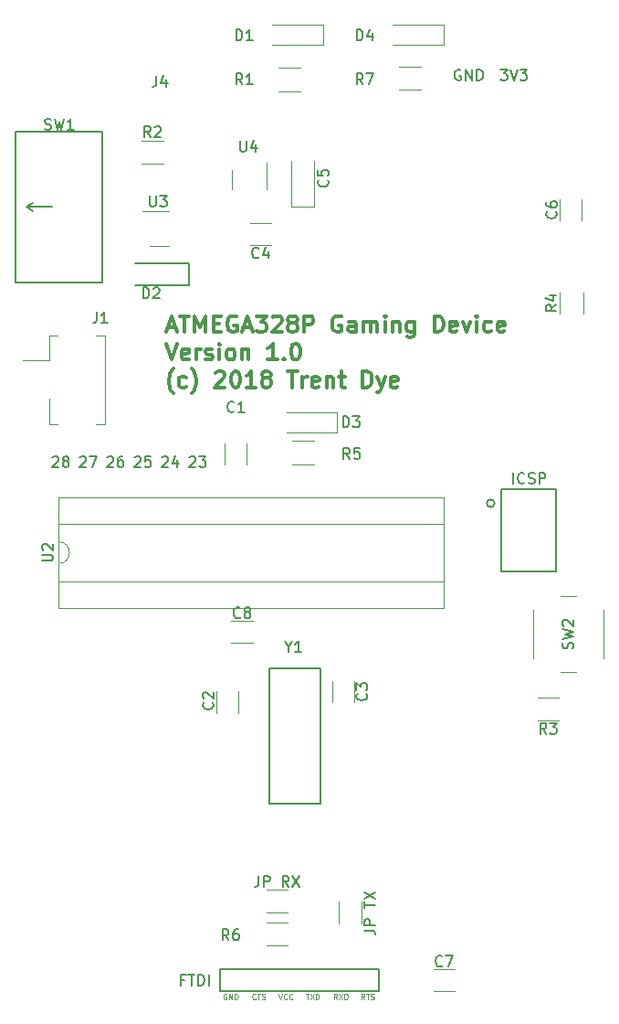
<source format=gbr>
G04 #@! TF.FileFunction,Legend,Top*
%FSLAX46Y46*%
G04 Gerber Fmt 4.6, Leading zero omitted, Abs format (unit mm)*
G04 Created by KiCad (PCBNEW 4.0.7) date 03/24/18 20:50:43*
%MOMM*%
%LPD*%
G01*
G04 APERTURE LIST*
%ADD10C,0.100000*%
%ADD11C,0.300000*%
%ADD12C,0.120000*%
%ADD13C,0.150000*%
%ADD14C,0.076200*%
G04 APERTURE END LIST*
D10*
D11*
X40163714Y-54088000D02*
X40878000Y-54088000D01*
X40020857Y-54516571D02*
X40520857Y-53016571D01*
X41020857Y-54516571D01*
X41306571Y-53016571D02*
X42163714Y-53016571D01*
X41735143Y-54516571D02*
X41735143Y-53016571D01*
X42663714Y-54516571D02*
X42663714Y-53016571D01*
X43163714Y-54088000D01*
X43663714Y-53016571D01*
X43663714Y-54516571D01*
X44378000Y-53730857D02*
X44878000Y-53730857D01*
X45092286Y-54516571D02*
X44378000Y-54516571D01*
X44378000Y-53016571D01*
X45092286Y-53016571D01*
X46520857Y-53088000D02*
X46378000Y-53016571D01*
X46163714Y-53016571D01*
X45949429Y-53088000D01*
X45806571Y-53230857D01*
X45735143Y-53373714D01*
X45663714Y-53659429D01*
X45663714Y-53873714D01*
X45735143Y-54159429D01*
X45806571Y-54302286D01*
X45949429Y-54445143D01*
X46163714Y-54516571D01*
X46306571Y-54516571D01*
X46520857Y-54445143D01*
X46592286Y-54373714D01*
X46592286Y-53873714D01*
X46306571Y-53873714D01*
X47163714Y-54088000D02*
X47878000Y-54088000D01*
X47020857Y-54516571D02*
X47520857Y-53016571D01*
X48020857Y-54516571D01*
X48378000Y-53016571D02*
X49306571Y-53016571D01*
X48806571Y-53588000D01*
X49020857Y-53588000D01*
X49163714Y-53659429D01*
X49235143Y-53730857D01*
X49306571Y-53873714D01*
X49306571Y-54230857D01*
X49235143Y-54373714D01*
X49163714Y-54445143D01*
X49020857Y-54516571D01*
X48592285Y-54516571D01*
X48449428Y-54445143D01*
X48378000Y-54373714D01*
X49877999Y-53159429D02*
X49949428Y-53088000D01*
X50092285Y-53016571D01*
X50449428Y-53016571D01*
X50592285Y-53088000D01*
X50663714Y-53159429D01*
X50735142Y-53302286D01*
X50735142Y-53445143D01*
X50663714Y-53659429D01*
X49806571Y-54516571D01*
X50735142Y-54516571D01*
X51592285Y-53659429D02*
X51449427Y-53588000D01*
X51377999Y-53516571D01*
X51306570Y-53373714D01*
X51306570Y-53302286D01*
X51377999Y-53159429D01*
X51449427Y-53088000D01*
X51592285Y-53016571D01*
X51877999Y-53016571D01*
X52020856Y-53088000D01*
X52092285Y-53159429D01*
X52163713Y-53302286D01*
X52163713Y-53373714D01*
X52092285Y-53516571D01*
X52020856Y-53588000D01*
X51877999Y-53659429D01*
X51592285Y-53659429D01*
X51449427Y-53730857D01*
X51377999Y-53802286D01*
X51306570Y-53945143D01*
X51306570Y-54230857D01*
X51377999Y-54373714D01*
X51449427Y-54445143D01*
X51592285Y-54516571D01*
X51877999Y-54516571D01*
X52020856Y-54445143D01*
X52092285Y-54373714D01*
X52163713Y-54230857D01*
X52163713Y-53945143D01*
X52092285Y-53802286D01*
X52020856Y-53730857D01*
X51877999Y-53659429D01*
X52806570Y-54516571D02*
X52806570Y-53016571D01*
X53377998Y-53016571D01*
X53520856Y-53088000D01*
X53592284Y-53159429D01*
X53663713Y-53302286D01*
X53663713Y-53516571D01*
X53592284Y-53659429D01*
X53520856Y-53730857D01*
X53377998Y-53802286D01*
X52806570Y-53802286D01*
X56235141Y-53088000D02*
X56092284Y-53016571D01*
X55877998Y-53016571D01*
X55663713Y-53088000D01*
X55520855Y-53230857D01*
X55449427Y-53373714D01*
X55377998Y-53659429D01*
X55377998Y-53873714D01*
X55449427Y-54159429D01*
X55520855Y-54302286D01*
X55663713Y-54445143D01*
X55877998Y-54516571D01*
X56020855Y-54516571D01*
X56235141Y-54445143D01*
X56306570Y-54373714D01*
X56306570Y-53873714D01*
X56020855Y-53873714D01*
X57592284Y-54516571D02*
X57592284Y-53730857D01*
X57520855Y-53588000D01*
X57377998Y-53516571D01*
X57092284Y-53516571D01*
X56949427Y-53588000D01*
X57592284Y-54445143D02*
X57449427Y-54516571D01*
X57092284Y-54516571D01*
X56949427Y-54445143D01*
X56877998Y-54302286D01*
X56877998Y-54159429D01*
X56949427Y-54016571D01*
X57092284Y-53945143D01*
X57449427Y-53945143D01*
X57592284Y-53873714D01*
X58306570Y-54516571D02*
X58306570Y-53516571D01*
X58306570Y-53659429D02*
X58377998Y-53588000D01*
X58520856Y-53516571D01*
X58735141Y-53516571D01*
X58877998Y-53588000D01*
X58949427Y-53730857D01*
X58949427Y-54516571D01*
X58949427Y-53730857D02*
X59020856Y-53588000D01*
X59163713Y-53516571D01*
X59377998Y-53516571D01*
X59520856Y-53588000D01*
X59592284Y-53730857D01*
X59592284Y-54516571D01*
X60306570Y-54516571D02*
X60306570Y-53516571D01*
X60306570Y-53016571D02*
X60235141Y-53088000D01*
X60306570Y-53159429D01*
X60377998Y-53088000D01*
X60306570Y-53016571D01*
X60306570Y-53159429D01*
X61020856Y-53516571D02*
X61020856Y-54516571D01*
X61020856Y-53659429D02*
X61092284Y-53588000D01*
X61235142Y-53516571D01*
X61449427Y-53516571D01*
X61592284Y-53588000D01*
X61663713Y-53730857D01*
X61663713Y-54516571D01*
X63020856Y-53516571D02*
X63020856Y-54730857D01*
X62949427Y-54873714D01*
X62877999Y-54945143D01*
X62735142Y-55016571D01*
X62520856Y-55016571D01*
X62377999Y-54945143D01*
X63020856Y-54445143D02*
X62877999Y-54516571D01*
X62592285Y-54516571D01*
X62449427Y-54445143D01*
X62377999Y-54373714D01*
X62306570Y-54230857D01*
X62306570Y-53802286D01*
X62377999Y-53659429D01*
X62449427Y-53588000D01*
X62592285Y-53516571D01*
X62877999Y-53516571D01*
X63020856Y-53588000D01*
X64877999Y-54516571D02*
X64877999Y-53016571D01*
X65235142Y-53016571D01*
X65449427Y-53088000D01*
X65592285Y-53230857D01*
X65663713Y-53373714D01*
X65735142Y-53659429D01*
X65735142Y-53873714D01*
X65663713Y-54159429D01*
X65592285Y-54302286D01*
X65449427Y-54445143D01*
X65235142Y-54516571D01*
X64877999Y-54516571D01*
X66949427Y-54445143D02*
X66806570Y-54516571D01*
X66520856Y-54516571D01*
X66377999Y-54445143D01*
X66306570Y-54302286D01*
X66306570Y-53730857D01*
X66377999Y-53588000D01*
X66520856Y-53516571D01*
X66806570Y-53516571D01*
X66949427Y-53588000D01*
X67020856Y-53730857D01*
X67020856Y-53873714D01*
X66306570Y-54016571D01*
X67520856Y-53516571D02*
X67877999Y-54516571D01*
X68235141Y-53516571D01*
X68806570Y-54516571D02*
X68806570Y-53516571D01*
X68806570Y-53016571D02*
X68735141Y-53088000D01*
X68806570Y-53159429D01*
X68877998Y-53088000D01*
X68806570Y-53016571D01*
X68806570Y-53159429D01*
X70163713Y-54445143D02*
X70020856Y-54516571D01*
X69735142Y-54516571D01*
X69592284Y-54445143D01*
X69520856Y-54373714D01*
X69449427Y-54230857D01*
X69449427Y-53802286D01*
X69520856Y-53659429D01*
X69592284Y-53588000D01*
X69735142Y-53516571D01*
X70020856Y-53516571D01*
X70163713Y-53588000D01*
X71377998Y-54445143D02*
X71235141Y-54516571D01*
X70949427Y-54516571D01*
X70806570Y-54445143D01*
X70735141Y-54302286D01*
X70735141Y-53730857D01*
X70806570Y-53588000D01*
X70949427Y-53516571D01*
X71235141Y-53516571D01*
X71377998Y-53588000D01*
X71449427Y-53730857D01*
X71449427Y-53873714D01*
X70735141Y-54016571D01*
X40020857Y-55566571D02*
X40520857Y-57066571D01*
X41020857Y-55566571D01*
X42092285Y-56995143D02*
X41949428Y-57066571D01*
X41663714Y-57066571D01*
X41520857Y-56995143D01*
X41449428Y-56852286D01*
X41449428Y-56280857D01*
X41520857Y-56138000D01*
X41663714Y-56066571D01*
X41949428Y-56066571D01*
X42092285Y-56138000D01*
X42163714Y-56280857D01*
X42163714Y-56423714D01*
X41449428Y-56566571D01*
X42806571Y-57066571D02*
X42806571Y-56066571D01*
X42806571Y-56352286D02*
X42877999Y-56209429D01*
X42949428Y-56138000D01*
X43092285Y-56066571D01*
X43235142Y-56066571D01*
X43663713Y-56995143D02*
X43806570Y-57066571D01*
X44092285Y-57066571D01*
X44235142Y-56995143D01*
X44306570Y-56852286D01*
X44306570Y-56780857D01*
X44235142Y-56638000D01*
X44092285Y-56566571D01*
X43877999Y-56566571D01*
X43735142Y-56495143D01*
X43663713Y-56352286D01*
X43663713Y-56280857D01*
X43735142Y-56138000D01*
X43877999Y-56066571D01*
X44092285Y-56066571D01*
X44235142Y-56138000D01*
X44949428Y-57066571D02*
X44949428Y-56066571D01*
X44949428Y-55566571D02*
X44877999Y-55638000D01*
X44949428Y-55709429D01*
X45020856Y-55638000D01*
X44949428Y-55566571D01*
X44949428Y-55709429D01*
X45878000Y-57066571D02*
X45735142Y-56995143D01*
X45663714Y-56923714D01*
X45592285Y-56780857D01*
X45592285Y-56352286D01*
X45663714Y-56209429D01*
X45735142Y-56138000D01*
X45878000Y-56066571D01*
X46092285Y-56066571D01*
X46235142Y-56138000D01*
X46306571Y-56209429D01*
X46378000Y-56352286D01*
X46378000Y-56780857D01*
X46306571Y-56923714D01*
X46235142Y-56995143D01*
X46092285Y-57066571D01*
X45878000Y-57066571D01*
X47020857Y-56066571D02*
X47020857Y-57066571D01*
X47020857Y-56209429D02*
X47092285Y-56138000D01*
X47235143Y-56066571D01*
X47449428Y-56066571D01*
X47592285Y-56138000D01*
X47663714Y-56280857D01*
X47663714Y-57066571D01*
X50306571Y-57066571D02*
X49449428Y-57066571D01*
X49878000Y-57066571D02*
X49878000Y-55566571D01*
X49735143Y-55780857D01*
X49592285Y-55923714D01*
X49449428Y-55995143D01*
X50949428Y-56923714D02*
X51020856Y-56995143D01*
X50949428Y-57066571D01*
X50877999Y-56995143D01*
X50949428Y-56923714D01*
X50949428Y-57066571D01*
X51949428Y-55566571D02*
X52092285Y-55566571D01*
X52235142Y-55638000D01*
X52306571Y-55709429D01*
X52378000Y-55852286D01*
X52449428Y-56138000D01*
X52449428Y-56495143D01*
X52378000Y-56780857D01*
X52306571Y-56923714D01*
X52235142Y-56995143D01*
X52092285Y-57066571D01*
X51949428Y-57066571D01*
X51806571Y-56995143D01*
X51735142Y-56923714D01*
X51663714Y-56780857D01*
X51592285Y-56495143D01*
X51592285Y-56138000D01*
X51663714Y-55852286D01*
X51735142Y-55709429D01*
X51806571Y-55638000D01*
X51949428Y-55566571D01*
X40663714Y-60188000D02*
X40592286Y-60116571D01*
X40449429Y-59902286D01*
X40378000Y-59759429D01*
X40306571Y-59545143D01*
X40235143Y-59188000D01*
X40235143Y-58902286D01*
X40306571Y-58545143D01*
X40378000Y-58330857D01*
X40449429Y-58188000D01*
X40592286Y-57973714D01*
X40663714Y-57902286D01*
X41878000Y-59545143D02*
X41735143Y-59616571D01*
X41449429Y-59616571D01*
X41306571Y-59545143D01*
X41235143Y-59473714D01*
X41163714Y-59330857D01*
X41163714Y-58902286D01*
X41235143Y-58759429D01*
X41306571Y-58688000D01*
X41449429Y-58616571D01*
X41735143Y-58616571D01*
X41878000Y-58688000D01*
X42378000Y-60188000D02*
X42449428Y-60116571D01*
X42592285Y-59902286D01*
X42663714Y-59759429D01*
X42735143Y-59545143D01*
X42806571Y-59188000D01*
X42806571Y-58902286D01*
X42735143Y-58545143D01*
X42663714Y-58330857D01*
X42592285Y-58188000D01*
X42449428Y-57973714D01*
X42378000Y-57902286D01*
X44592285Y-58259429D02*
X44663714Y-58188000D01*
X44806571Y-58116571D01*
X45163714Y-58116571D01*
X45306571Y-58188000D01*
X45378000Y-58259429D01*
X45449428Y-58402286D01*
X45449428Y-58545143D01*
X45378000Y-58759429D01*
X44520857Y-59616571D01*
X45449428Y-59616571D01*
X46377999Y-58116571D02*
X46520856Y-58116571D01*
X46663713Y-58188000D01*
X46735142Y-58259429D01*
X46806571Y-58402286D01*
X46877999Y-58688000D01*
X46877999Y-59045143D01*
X46806571Y-59330857D01*
X46735142Y-59473714D01*
X46663713Y-59545143D01*
X46520856Y-59616571D01*
X46377999Y-59616571D01*
X46235142Y-59545143D01*
X46163713Y-59473714D01*
X46092285Y-59330857D01*
X46020856Y-59045143D01*
X46020856Y-58688000D01*
X46092285Y-58402286D01*
X46163713Y-58259429D01*
X46235142Y-58188000D01*
X46377999Y-58116571D01*
X48306570Y-59616571D02*
X47449427Y-59616571D01*
X47877999Y-59616571D02*
X47877999Y-58116571D01*
X47735142Y-58330857D01*
X47592284Y-58473714D01*
X47449427Y-58545143D01*
X49163713Y-58759429D02*
X49020855Y-58688000D01*
X48949427Y-58616571D01*
X48877998Y-58473714D01*
X48877998Y-58402286D01*
X48949427Y-58259429D01*
X49020855Y-58188000D01*
X49163713Y-58116571D01*
X49449427Y-58116571D01*
X49592284Y-58188000D01*
X49663713Y-58259429D01*
X49735141Y-58402286D01*
X49735141Y-58473714D01*
X49663713Y-58616571D01*
X49592284Y-58688000D01*
X49449427Y-58759429D01*
X49163713Y-58759429D01*
X49020855Y-58830857D01*
X48949427Y-58902286D01*
X48877998Y-59045143D01*
X48877998Y-59330857D01*
X48949427Y-59473714D01*
X49020855Y-59545143D01*
X49163713Y-59616571D01*
X49449427Y-59616571D01*
X49592284Y-59545143D01*
X49663713Y-59473714D01*
X49735141Y-59330857D01*
X49735141Y-59045143D01*
X49663713Y-58902286D01*
X49592284Y-58830857D01*
X49449427Y-58759429D01*
X51306569Y-58116571D02*
X52163712Y-58116571D01*
X51735141Y-59616571D02*
X51735141Y-58116571D01*
X52663712Y-59616571D02*
X52663712Y-58616571D01*
X52663712Y-58902286D02*
X52735140Y-58759429D01*
X52806569Y-58688000D01*
X52949426Y-58616571D01*
X53092283Y-58616571D01*
X54163711Y-59545143D02*
X54020854Y-59616571D01*
X53735140Y-59616571D01*
X53592283Y-59545143D01*
X53520854Y-59402286D01*
X53520854Y-58830857D01*
X53592283Y-58688000D01*
X53735140Y-58616571D01*
X54020854Y-58616571D01*
X54163711Y-58688000D01*
X54235140Y-58830857D01*
X54235140Y-58973714D01*
X53520854Y-59116571D01*
X54877997Y-58616571D02*
X54877997Y-59616571D01*
X54877997Y-58759429D02*
X54949425Y-58688000D01*
X55092283Y-58616571D01*
X55306568Y-58616571D01*
X55449425Y-58688000D01*
X55520854Y-58830857D01*
X55520854Y-59616571D01*
X56020854Y-58616571D02*
X56592283Y-58616571D01*
X56235140Y-58116571D02*
X56235140Y-59402286D01*
X56306568Y-59545143D01*
X56449426Y-59616571D01*
X56592283Y-59616571D01*
X58235140Y-59616571D02*
X58235140Y-58116571D01*
X58592283Y-58116571D01*
X58806568Y-58188000D01*
X58949426Y-58330857D01*
X59020854Y-58473714D01*
X59092283Y-58759429D01*
X59092283Y-58973714D01*
X59020854Y-59259429D01*
X58949426Y-59402286D01*
X58806568Y-59545143D01*
X58592283Y-59616571D01*
X58235140Y-59616571D01*
X59592283Y-58616571D02*
X59949426Y-59616571D01*
X60306568Y-58616571D02*
X59949426Y-59616571D01*
X59806568Y-59973714D01*
X59735140Y-60045143D01*
X59592283Y-60116571D01*
X61449425Y-59545143D02*
X61306568Y-59616571D01*
X61020854Y-59616571D01*
X60877997Y-59545143D01*
X60806568Y-59402286D01*
X60806568Y-58830857D01*
X60877997Y-58688000D01*
X61020854Y-58616571D01*
X61306568Y-58616571D01*
X61449425Y-58688000D01*
X61520854Y-58830857D01*
X61520854Y-58973714D01*
X60806568Y-59116571D01*
D12*
X45462000Y-64786000D02*
X45462000Y-66786000D01*
X47502000Y-66786000D02*
X47502000Y-64786000D01*
X46676500Y-89773000D02*
X46676500Y-87773000D01*
X44636500Y-87773000D02*
X44636500Y-89773000D01*
X57471500Y-88820500D02*
X57471500Y-86820500D01*
X55431500Y-86820500D02*
X55431500Y-88820500D01*
X47768000Y-46486000D02*
X49768000Y-46486000D01*
X49768000Y-44446000D02*
X47768000Y-44446000D01*
X51591500Y-42909000D02*
X51591500Y-38659000D01*
X53691500Y-42909000D02*
X53691500Y-38659000D01*
X51591500Y-42909000D02*
X53691500Y-42909000D01*
X76513500Y-42180000D02*
X76513500Y-44180000D01*
X78553500Y-44180000D02*
X78553500Y-42180000D01*
X66786000Y-113534000D02*
X64786000Y-113534000D01*
X64786000Y-115574000D02*
X66786000Y-115574000D01*
X54535000Y-27937500D02*
X54535000Y-26037500D01*
X54535000Y-26037500D02*
X49835000Y-26037500D01*
X54535000Y-27937500D02*
X49835000Y-27937500D01*
X55868500Y-63815000D02*
X55868500Y-61915000D01*
X55868500Y-61915000D02*
X51168500Y-61915000D01*
X55868500Y-63815000D02*
X51168500Y-63815000D01*
X65711000Y-27937500D02*
X65711000Y-26037500D01*
X65711000Y-26037500D02*
X61011000Y-26037500D01*
X65711000Y-27937500D02*
X61011000Y-27937500D01*
X33507000Y-54853000D02*
X34332000Y-54853000D01*
X34332000Y-54853000D02*
X34332000Y-63003000D01*
X34332000Y-63003000D02*
X33507000Y-63003000D01*
X29957000Y-54853000D02*
X29132000Y-54853000D01*
X29132000Y-54853000D02*
X29132000Y-57153000D01*
X29957000Y-63003000D02*
X29132000Y-63003000D01*
X29132000Y-63003000D02*
X29132000Y-60703000D01*
X29132000Y-57153000D02*
X26732000Y-57153000D01*
X49292000Y-106118000D02*
X51292000Y-106118000D01*
X51292000Y-108258000D02*
X49292000Y-108258000D01*
X56016500Y-109267500D02*
X56016500Y-107267500D01*
X58156500Y-107267500D02*
X58156500Y-109267500D01*
X52435000Y-32185000D02*
X50435000Y-32185000D01*
X50435000Y-30045000D02*
X52435000Y-30045000D01*
X39735000Y-38916000D02*
X37735000Y-38916000D01*
X37735000Y-36776000D02*
X39735000Y-36776000D01*
X74438000Y-88338000D02*
X76438000Y-88338000D01*
X76438000Y-90478000D02*
X74438000Y-90478000D01*
X78667000Y-50816000D02*
X78667000Y-52816000D01*
X76527000Y-52816000D02*
X76527000Y-50816000D01*
X53705000Y-66729000D02*
X51705000Y-66729000D01*
X51705000Y-64589000D02*
X53705000Y-64589000D01*
X49292000Y-109166000D02*
X51292000Y-109166000D01*
X51292000Y-111306000D02*
X49292000Y-111306000D01*
X61611000Y-29918000D02*
X63611000Y-29918000D01*
X63611000Y-32058000D02*
X61611000Y-32058000D01*
X80557000Y-84725000D02*
X80557000Y-80225000D01*
X76557000Y-85975000D02*
X78057000Y-85975000D01*
X74057000Y-80225000D02*
X74057000Y-84725000D01*
X78057000Y-78975000D02*
X76557000Y-78975000D01*
X30039000Y-73930000D02*
G75*
G02X30039000Y-75930000I0J-1000000D01*
G01*
X30039000Y-75930000D02*
X30039000Y-77580000D01*
X30039000Y-77580000D02*
X65719000Y-77580000D01*
X65719000Y-77580000D02*
X65719000Y-72280000D01*
X65719000Y-72280000D02*
X30039000Y-72280000D01*
X30039000Y-72280000D02*
X30039000Y-73930000D01*
X29979000Y-80070000D02*
X65779000Y-80070000D01*
X65779000Y-80070000D02*
X65779000Y-69790000D01*
X65779000Y-69790000D02*
X29979000Y-69790000D01*
X29979000Y-69790000D02*
X29979000Y-80070000D01*
X38470000Y-46568000D02*
X40270000Y-46568000D01*
X40270000Y-43348000D02*
X37820000Y-43348000D01*
X46142000Y-39486000D02*
X46142000Y-41286000D01*
X49362000Y-41286000D02*
X49362000Y-38836000D01*
D13*
X54343000Y-85634500D02*
X54343000Y-98134500D01*
X54343000Y-98134500D02*
X49543000Y-98134500D01*
X49543000Y-98134500D02*
X49543000Y-85634500D01*
X49543000Y-85634500D02*
X54343000Y-85634500D01*
X54343000Y-85634500D02*
X54343000Y-85684500D01*
X47561500Y-115570000D02*
X45021500Y-115570000D01*
X45021500Y-115570000D02*
X45021500Y-113538000D01*
X45021500Y-113538000D02*
X47561500Y-113538000D01*
X47561500Y-115570000D02*
X59753500Y-115570000D01*
X59753500Y-115570000D02*
X59753500Y-113538000D01*
X59753500Y-113538000D02*
X47561500Y-113538000D01*
X47561500Y-115570000D02*
X47561500Y-115570000D01*
X70463210Y-70358000D02*
G75*
G03X70463210Y-70358000I-359210J0D01*
G01*
X71120000Y-69088000D02*
X71120000Y-76708000D01*
X71120000Y-76708000D02*
X76200000Y-76708000D01*
X76200000Y-76708000D02*
X76200000Y-69088000D01*
X76200000Y-69088000D02*
X71120000Y-69088000D01*
X27042000Y-42926000D02*
X27642000Y-42526000D01*
X29442000Y-42926000D02*
X27042000Y-42926000D01*
X27042000Y-42926000D02*
X27642000Y-43326000D01*
X34042000Y-35926000D02*
X34042000Y-49926000D01*
X34042000Y-49926000D02*
X26042000Y-49926000D01*
X26042000Y-49926000D02*
X26042000Y-35926000D01*
X26042000Y-35926000D02*
X34042000Y-35926000D01*
X42135000Y-48149000D02*
X37135000Y-48149000D01*
X42135000Y-50149000D02*
X37135000Y-50149000D01*
X42135000Y-50149000D02*
X42135000Y-48149000D01*
D12*
X48053500Y-81276000D02*
X46053500Y-81276000D01*
X46053500Y-83316000D02*
X48053500Y-83316000D01*
D13*
X46315334Y-61825143D02*
X46267715Y-61872762D01*
X46124858Y-61920381D01*
X46029620Y-61920381D01*
X45886762Y-61872762D01*
X45791524Y-61777524D01*
X45743905Y-61682286D01*
X45696286Y-61491810D01*
X45696286Y-61348952D01*
X45743905Y-61158476D01*
X45791524Y-61063238D01*
X45886762Y-60968000D01*
X46029620Y-60920381D01*
X46124858Y-60920381D01*
X46267715Y-60968000D01*
X46315334Y-61015619D01*
X47267715Y-61920381D02*
X46696286Y-61920381D01*
X46982000Y-61920381D02*
X46982000Y-60920381D01*
X46886762Y-61063238D01*
X46791524Y-61158476D01*
X46696286Y-61206095D01*
X44299143Y-88812666D02*
X44346762Y-88860285D01*
X44394381Y-89003142D01*
X44394381Y-89098380D01*
X44346762Y-89241238D01*
X44251524Y-89336476D01*
X44156286Y-89384095D01*
X43965810Y-89431714D01*
X43822952Y-89431714D01*
X43632476Y-89384095D01*
X43537238Y-89336476D01*
X43442000Y-89241238D01*
X43394381Y-89098380D01*
X43394381Y-89003142D01*
X43442000Y-88860285D01*
X43489619Y-88812666D01*
X43489619Y-88431714D02*
X43442000Y-88384095D01*
X43394381Y-88288857D01*
X43394381Y-88050761D01*
X43442000Y-87955523D01*
X43489619Y-87907904D01*
X43584857Y-87860285D01*
X43680095Y-87860285D01*
X43822952Y-87907904D01*
X44394381Y-88479333D01*
X44394381Y-87860285D01*
X58558643Y-87987166D02*
X58606262Y-88034785D01*
X58653881Y-88177642D01*
X58653881Y-88272880D01*
X58606262Y-88415738D01*
X58511024Y-88510976D01*
X58415786Y-88558595D01*
X58225310Y-88606214D01*
X58082452Y-88606214D01*
X57891976Y-88558595D01*
X57796738Y-88510976D01*
X57701500Y-88415738D01*
X57653881Y-88272880D01*
X57653881Y-88177642D01*
X57701500Y-88034785D01*
X57749119Y-87987166D01*
X57653881Y-87653833D02*
X57653881Y-87034785D01*
X58034833Y-87368119D01*
X58034833Y-87225261D01*
X58082452Y-87130023D01*
X58130071Y-87082404D01*
X58225310Y-87034785D01*
X58463405Y-87034785D01*
X58558643Y-87082404D01*
X58606262Y-87130023D01*
X58653881Y-87225261D01*
X58653881Y-87510976D01*
X58606262Y-87606214D01*
X58558643Y-87653833D01*
X48601334Y-47573143D02*
X48553715Y-47620762D01*
X48410858Y-47668381D01*
X48315620Y-47668381D01*
X48172762Y-47620762D01*
X48077524Y-47525524D01*
X48029905Y-47430286D01*
X47982286Y-47239810D01*
X47982286Y-47096952D01*
X48029905Y-46906476D01*
X48077524Y-46811238D01*
X48172762Y-46716000D01*
X48315620Y-46668381D01*
X48410858Y-46668381D01*
X48553715Y-46716000D01*
X48601334Y-46763619D01*
X49458477Y-47001714D02*
X49458477Y-47668381D01*
X49220381Y-46620762D02*
X48982286Y-47335048D01*
X49601334Y-47335048D01*
X54967143Y-40425666D02*
X55014762Y-40473285D01*
X55062381Y-40616142D01*
X55062381Y-40711380D01*
X55014762Y-40854238D01*
X54919524Y-40949476D01*
X54824286Y-40997095D01*
X54633810Y-41044714D01*
X54490952Y-41044714D01*
X54300476Y-40997095D01*
X54205238Y-40949476D01*
X54110000Y-40854238D01*
X54062381Y-40711380D01*
X54062381Y-40616142D01*
X54110000Y-40473285D01*
X54157619Y-40425666D01*
X54062381Y-39520904D02*
X54062381Y-39997095D01*
X54538571Y-40044714D01*
X54490952Y-39997095D01*
X54443333Y-39901857D01*
X54443333Y-39663761D01*
X54490952Y-39568523D01*
X54538571Y-39520904D01*
X54633810Y-39473285D01*
X54871905Y-39473285D01*
X54967143Y-39520904D01*
X55014762Y-39568523D01*
X55062381Y-39663761D01*
X55062381Y-39901857D01*
X55014762Y-39997095D01*
X54967143Y-40044714D01*
X76140643Y-43346666D02*
X76188262Y-43394285D01*
X76235881Y-43537142D01*
X76235881Y-43632380D01*
X76188262Y-43775238D01*
X76093024Y-43870476D01*
X75997786Y-43918095D01*
X75807310Y-43965714D01*
X75664452Y-43965714D01*
X75473976Y-43918095D01*
X75378738Y-43870476D01*
X75283500Y-43775238D01*
X75235881Y-43632380D01*
X75235881Y-43537142D01*
X75283500Y-43394285D01*
X75331119Y-43346666D01*
X75235881Y-42489523D02*
X75235881Y-42680000D01*
X75283500Y-42775238D01*
X75331119Y-42822857D01*
X75473976Y-42918095D01*
X75664452Y-42965714D01*
X76045405Y-42965714D01*
X76140643Y-42918095D01*
X76188262Y-42870476D01*
X76235881Y-42775238D01*
X76235881Y-42584761D01*
X76188262Y-42489523D01*
X76140643Y-42441904D01*
X76045405Y-42394285D01*
X75807310Y-42394285D01*
X75712071Y-42441904D01*
X75664452Y-42489523D01*
X75616833Y-42584761D01*
X75616833Y-42775238D01*
X75664452Y-42870476D01*
X75712071Y-42918095D01*
X75807310Y-42965714D01*
X65619334Y-113161143D02*
X65571715Y-113208762D01*
X65428858Y-113256381D01*
X65333620Y-113256381D01*
X65190762Y-113208762D01*
X65095524Y-113113524D01*
X65047905Y-113018286D01*
X65000286Y-112827810D01*
X65000286Y-112684952D01*
X65047905Y-112494476D01*
X65095524Y-112399238D01*
X65190762Y-112304000D01*
X65333620Y-112256381D01*
X65428858Y-112256381D01*
X65571715Y-112304000D01*
X65619334Y-112351619D01*
X65952667Y-112256381D02*
X66619334Y-112256381D01*
X66190762Y-113256381D01*
X46505905Y-27503381D02*
X46505905Y-26503381D01*
X46744000Y-26503381D01*
X46886858Y-26551000D01*
X46982096Y-26646238D01*
X47029715Y-26741476D01*
X47077334Y-26931952D01*
X47077334Y-27074810D01*
X47029715Y-27265286D01*
X46982096Y-27360524D01*
X46886858Y-27455762D01*
X46744000Y-27503381D01*
X46505905Y-27503381D01*
X48029715Y-27503381D02*
X47458286Y-27503381D01*
X47744000Y-27503381D02*
X47744000Y-26503381D01*
X47648762Y-26646238D01*
X47553524Y-26741476D01*
X47458286Y-26789095D01*
X56411905Y-63317381D02*
X56411905Y-62317381D01*
X56650000Y-62317381D01*
X56792858Y-62365000D01*
X56888096Y-62460238D01*
X56935715Y-62555476D01*
X56983334Y-62745952D01*
X56983334Y-62888810D01*
X56935715Y-63079286D01*
X56888096Y-63174524D01*
X56792858Y-63269762D01*
X56650000Y-63317381D01*
X56411905Y-63317381D01*
X57316667Y-62317381D02*
X57935715Y-62317381D01*
X57602381Y-62698333D01*
X57745239Y-62698333D01*
X57840477Y-62745952D01*
X57888096Y-62793571D01*
X57935715Y-62888810D01*
X57935715Y-63126905D01*
X57888096Y-63222143D01*
X57840477Y-63269762D01*
X57745239Y-63317381D01*
X57459524Y-63317381D01*
X57364286Y-63269762D01*
X57316667Y-63222143D01*
X57681905Y-27503381D02*
X57681905Y-26503381D01*
X57920000Y-26503381D01*
X58062858Y-26551000D01*
X58158096Y-26646238D01*
X58205715Y-26741476D01*
X58253334Y-26931952D01*
X58253334Y-27074810D01*
X58205715Y-27265286D01*
X58158096Y-27360524D01*
X58062858Y-27455762D01*
X57920000Y-27503381D01*
X57681905Y-27503381D01*
X59110477Y-26836714D02*
X59110477Y-27503381D01*
X58872381Y-26455762D02*
X58634286Y-27170048D01*
X59253334Y-27170048D01*
X33575667Y-52665381D02*
X33575667Y-53379667D01*
X33528047Y-53522524D01*
X33432809Y-53617762D01*
X33289952Y-53665381D01*
X33194714Y-53665381D01*
X34575667Y-53665381D02*
X34004238Y-53665381D01*
X34289952Y-53665381D02*
X34289952Y-52665381D01*
X34194714Y-52808238D01*
X34099476Y-52903476D01*
X34004238Y-52951095D01*
X39104167Y-30762881D02*
X39104167Y-31477167D01*
X39056547Y-31620024D01*
X38961309Y-31715262D01*
X38818452Y-31762881D01*
X38723214Y-31762881D01*
X40008929Y-31096214D02*
X40008929Y-31762881D01*
X39770833Y-30715262D02*
X39532738Y-31429548D01*
X40151786Y-31429548D01*
X48577715Y-104862381D02*
X48577715Y-105576667D01*
X48530095Y-105719524D01*
X48434857Y-105814762D01*
X48292000Y-105862381D01*
X48196762Y-105862381D01*
X49053905Y-105862381D02*
X49053905Y-104862381D01*
X49434858Y-104862381D01*
X49530096Y-104910000D01*
X49577715Y-104957619D01*
X49625334Y-105052857D01*
X49625334Y-105195714D01*
X49577715Y-105290952D01*
X49530096Y-105338571D01*
X49434858Y-105386190D01*
X49053905Y-105386190D01*
X51387239Y-105862381D02*
X51053905Y-105386190D01*
X50815810Y-105862381D02*
X50815810Y-104862381D01*
X51196763Y-104862381D01*
X51292001Y-104910000D01*
X51339620Y-104957619D01*
X51387239Y-105052857D01*
X51387239Y-105195714D01*
X51339620Y-105290952D01*
X51292001Y-105338571D01*
X51196763Y-105386190D01*
X50815810Y-105386190D01*
X51720572Y-104862381D02*
X52387239Y-105862381D01*
X52387239Y-104862381D02*
X51720572Y-105862381D01*
X58380381Y-109926238D02*
X59094667Y-109926238D01*
X59237524Y-109973858D01*
X59332762Y-110069096D01*
X59380381Y-110211953D01*
X59380381Y-110307191D01*
X59380381Y-109450048D02*
X58380381Y-109450048D01*
X58380381Y-109069095D01*
X58428000Y-108973857D01*
X58475619Y-108926238D01*
X58570857Y-108878619D01*
X58713714Y-108878619D01*
X58808952Y-108926238D01*
X58856571Y-108973857D01*
X58904190Y-109069095D01*
X58904190Y-109450048D01*
X58380381Y-107831000D02*
X58380381Y-107259571D01*
X59380381Y-107545286D02*
X58380381Y-107545286D01*
X58380381Y-107021476D02*
X59380381Y-106354809D01*
X58380381Y-106354809D02*
X59380381Y-107021476D01*
X47077334Y-31567381D02*
X46744000Y-31091190D01*
X46505905Y-31567381D02*
X46505905Y-30567381D01*
X46886858Y-30567381D01*
X46982096Y-30615000D01*
X47029715Y-30662619D01*
X47077334Y-30757857D01*
X47077334Y-30900714D01*
X47029715Y-30995952D01*
X46982096Y-31043571D01*
X46886858Y-31091190D01*
X46505905Y-31091190D01*
X48029715Y-31567381D02*
X47458286Y-31567381D01*
X47744000Y-31567381D02*
X47744000Y-30567381D01*
X47648762Y-30710238D01*
X47553524Y-30805476D01*
X47458286Y-30853095D01*
X38568334Y-36448381D02*
X38235000Y-35972190D01*
X37996905Y-36448381D02*
X37996905Y-35448381D01*
X38377858Y-35448381D01*
X38473096Y-35496000D01*
X38520715Y-35543619D01*
X38568334Y-35638857D01*
X38568334Y-35781714D01*
X38520715Y-35876952D01*
X38473096Y-35924571D01*
X38377858Y-35972190D01*
X37996905Y-35972190D01*
X38949286Y-35543619D02*
X38996905Y-35496000D01*
X39092143Y-35448381D01*
X39330239Y-35448381D01*
X39425477Y-35496000D01*
X39473096Y-35543619D01*
X39520715Y-35638857D01*
X39520715Y-35734095D01*
X39473096Y-35876952D01*
X38901667Y-36448381D01*
X39520715Y-36448381D01*
X75271334Y-91710381D02*
X74938000Y-91234190D01*
X74699905Y-91710381D02*
X74699905Y-90710381D01*
X75080858Y-90710381D01*
X75176096Y-90758000D01*
X75223715Y-90805619D01*
X75271334Y-90900857D01*
X75271334Y-91043714D01*
X75223715Y-91138952D01*
X75176096Y-91186571D01*
X75080858Y-91234190D01*
X74699905Y-91234190D01*
X75604667Y-90710381D02*
X76223715Y-90710381D01*
X75890381Y-91091333D01*
X76033239Y-91091333D01*
X76128477Y-91138952D01*
X76176096Y-91186571D01*
X76223715Y-91281810D01*
X76223715Y-91519905D01*
X76176096Y-91615143D01*
X76128477Y-91662762D01*
X76033239Y-91710381D01*
X75747524Y-91710381D01*
X75652286Y-91662762D01*
X75604667Y-91615143D01*
X76199381Y-51982666D02*
X75723190Y-52316000D01*
X76199381Y-52554095D02*
X75199381Y-52554095D01*
X75199381Y-52173142D01*
X75247000Y-52077904D01*
X75294619Y-52030285D01*
X75389857Y-51982666D01*
X75532714Y-51982666D01*
X75627952Y-52030285D01*
X75675571Y-52077904D01*
X75723190Y-52173142D01*
X75723190Y-52554095D01*
X75532714Y-51125523D02*
X76199381Y-51125523D01*
X75151762Y-51363619D02*
X75866048Y-51601714D01*
X75866048Y-50982666D01*
X57046834Y-66238381D02*
X56713500Y-65762190D01*
X56475405Y-66238381D02*
X56475405Y-65238381D01*
X56856358Y-65238381D01*
X56951596Y-65286000D01*
X56999215Y-65333619D01*
X57046834Y-65428857D01*
X57046834Y-65571714D01*
X56999215Y-65666952D01*
X56951596Y-65714571D01*
X56856358Y-65762190D01*
X56475405Y-65762190D01*
X57951596Y-65238381D02*
X57475405Y-65238381D01*
X57427786Y-65714571D01*
X57475405Y-65666952D01*
X57570643Y-65619333D01*
X57808739Y-65619333D01*
X57903977Y-65666952D01*
X57951596Y-65714571D01*
X57999215Y-65809810D01*
X57999215Y-66047905D01*
X57951596Y-66143143D01*
X57903977Y-66190762D01*
X57808739Y-66238381D01*
X57570643Y-66238381D01*
X57475405Y-66190762D01*
X57427786Y-66143143D01*
X45807334Y-110815381D02*
X45474000Y-110339190D01*
X45235905Y-110815381D02*
X45235905Y-109815381D01*
X45616858Y-109815381D01*
X45712096Y-109863000D01*
X45759715Y-109910619D01*
X45807334Y-110005857D01*
X45807334Y-110148714D01*
X45759715Y-110243952D01*
X45712096Y-110291571D01*
X45616858Y-110339190D01*
X45235905Y-110339190D01*
X46664477Y-109815381D02*
X46474000Y-109815381D01*
X46378762Y-109863000D01*
X46331143Y-109910619D01*
X46235905Y-110053476D01*
X46188286Y-110243952D01*
X46188286Y-110624905D01*
X46235905Y-110720143D01*
X46283524Y-110767762D01*
X46378762Y-110815381D01*
X46569239Y-110815381D01*
X46664477Y-110767762D01*
X46712096Y-110720143D01*
X46759715Y-110624905D01*
X46759715Y-110386810D01*
X46712096Y-110291571D01*
X46664477Y-110243952D01*
X46569239Y-110196333D01*
X46378762Y-110196333D01*
X46283524Y-110243952D01*
X46235905Y-110291571D01*
X46188286Y-110386810D01*
X58253334Y-31567381D02*
X57920000Y-31091190D01*
X57681905Y-31567381D02*
X57681905Y-30567381D01*
X58062858Y-30567381D01*
X58158096Y-30615000D01*
X58205715Y-30662619D01*
X58253334Y-30757857D01*
X58253334Y-30900714D01*
X58205715Y-30995952D01*
X58158096Y-31043571D01*
X58062858Y-31091190D01*
X57681905Y-31091190D01*
X58586667Y-30567381D02*
X59253334Y-30567381D01*
X58824762Y-31567381D01*
X77711762Y-83808333D02*
X77759381Y-83665476D01*
X77759381Y-83427380D01*
X77711762Y-83332142D01*
X77664143Y-83284523D01*
X77568905Y-83236904D01*
X77473667Y-83236904D01*
X77378429Y-83284523D01*
X77330810Y-83332142D01*
X77283190Y-83427380D01*
X77235571Y-83617857D01*
X77187952Y-83713095D01*
X77140333Y-83760714D01*
X77045095Y-83808333D01*
X76949857Y-83808333D01*
X76854619Y-83760714D01*
X76807000Y-83713095D01*
X76759381Y-83617857D01*
X76759381Y-83379761D01*
X76807000Y-83236904D01*
X76759381Y-82903571D02*
X77759381Y-82665476D01*
X77045095Y-82474999D01*
X77759381Y-82284523D01*
X76759381Y-82046428D01*
X76854619Y-81713095D02*
X76807000Y-81665476D01*
X76759381Y-81570238D01*
X76759381Y-81332142D01*
X76807000Y-81236904D01*
X76854619Y-81189285D01*
X76949857Y-81141666D01*
X77045095Y-81141666D01*
X77187952Y-81189285D01*
X77759381Y-81760714D01*
X77759381Y-81141666D01*
X67310096Y-30234000D02*
X67214858Y-30186381D01*
X67072001Y-30186381D01*
X66929143Y-30234000D01*
X66833905Y-30329238D01*
X66786286Y-30424476D01*
X66738667Y-30614952D01*
X66738667Y-30757810D01*
X66786286Y-30948286D01*
X66833905Y-31043524D01*
X66929143Y-31138762D01*
X67072001Y-31186381D01*
X67167239Y-31186381D01*
X67310096Y-31138762D01*
X67357715Y-31091143D01*
X67357715Y-30757810D01*
X67167239Y-30757810D01*
X67786286Y-31186381D02*
X67786286Y-30186381D01*
X68357715Y-31186381D01*
X68357715Y-30186381D01*
X68833905Y-31186381D02*
X68833905Y-30186381D01*
X69072000Y-30186381D01*
X69214858Y-30234000D01*
X69310096Y-30329238D01*
X69357715Y-30424476D01*
X69405334Y-30614952D01*
X69405334Y-30757810D01*
X69357715Y-30948286D01*
X69310096Y-31043524D01*
X69214858Y-31138762D01*
X69072000Y-31186381D01*
X68833905Y-31186381D01*
X42164095Y-66095619D02*
X42211714Y-66048000D01*
X42306952Y-66000381D01*
X42545048Y-66000381D01*
X42640286Y-66048000D01*
X42687905Y-66095619D01*
X42735524Y-66190857D01*
X42735524Y-66286095D01*
X42687905Y-66428952D01*
X42116476Y-67000381D01*
X42735524Y-67000381D01*
X43068857Y-66000381D02*
X43687905Y-66000381D01*
X43354571Y-66381333D01*
X43497429Y-66381333D01*
X43592667Y-66428952D01*
X43640286Y-66476571D01*
X43687905Y-66571810D01*
X43687905Y-66809905D01*
X43640286Y-66905143D01*
X43592667Y-66952762D01*
X43497429Y-67000381D01*
X43211714Y-67000381D01*
X43116476Y-66952762D01*
X43068857Y-66905143D01*
X39624095Y-66095619D02*
X39671714Y-66048000D01*
X39766952Y-66000381D01*
X40005048Y-66000381D01*
X40100286Y-66048000D01*
X40147905Y-66095619D01*
X40195524Y-66190857D01*
X40195524Y-66286095D01*
X40147905Y-66428952D01*
X39576476Y-67000381D01*
X40195524Y-67000381D01*
X41052667Y-66333714D02*
X41052667Y-67000381D01*
X40814571Y-65952762D02*
X40576476Y-66667048D01*
X41195524Y-66667048D01*
X37084095Y-66095619D02*
X37131714Y-66048000D01*
X37226952Y-66000381D01*
X37465048Y-66000381D01*
X37560286Y-66048000D01*
X37607905Y-66095619D01*
X37655524Y-66190857D01*
X37655524Y-66286095D01*
X37607905Y-66428952D01*
X37036476Y-67000381D01*
X37655524Y-67000381D01*
X38560286Y-66000381D02*
X38084095Y-66000381D01*
X38036476Y-66476571D01*
X38084095Y-66428952D01*
X38179333Y-66381333D01*
X38417429Y-66381333D01*
X38512667Y-66428952D01*
X38560286Y-66476571D01*
X38607905Y-66571810D01*
X38607905Y-66809905D01*
X38560286Y-66905143D01*
X38512667Y-66952762D01*
X38417429Y-67000381D01*
X38179333Y-67000381D01*
X38084095Y-66952762D01*
X38036476Y-66905143D01*
X34544095Y-66095619D02*
X34591714Y-66048000D01*
X34686952Y-66000381D01*
X34925048Y-66000381D01*
X35020286Y-66048000D01*
X35067905Y-66095619D01*
X35115524Y-66190857D01*
X35115524Y-66286095D01*
X35067905Y-66428952D01*
X34496476Y-67000381D01*
X35115524Y-67000381D01*
X35972667Y-66000381D02*
X35782190Y-66000381D01*
X35686952Y-66048000D01*
X35639333Y-66095619D01*
X35544095Y-66238476D01*
X35496476Y-66428952D01*
X35496476Y-66809905D01*
X35544095Y-66905143D01*
X35591714Y-66952762D01*
X35686952Y-67000381D01*
X35877429Y-67000381D01*
X35972667Y-66952762D01*
X36020286Y-66905143D01*
X36067905Y-66809905D01*
X36067905Y-66571810D01*
X36020286Y-66476571D01*
X35972667Y-66428952D01*
X35877429Y-66381333D01*
X35686952Y-66381333D01*
X35591714Y-66428952D01*
X35544095Y-66476571D01*
X35496476Y-66571810D01*
X32004095Y-66095619D02*
X32051714Y-66048000D01*
X32146952Y-66000381D01*
X32385048Y-66000381D01*
X32480286Y-66048000D01*
X32527905Y-66095619D01*
X32575524Y-66190857D01*
X32575524Y-66286095D01*
X32527905Y-66428952D01*
X31956476Y-67000381D01*
X32575524Y-67000381D01*
X32908857Y-66000381D02*
X33575524Y-66000381D01*
X33146952Y-67000381D01*
X29464095Y-66095619D02*
X29511714Y-66048000D01*
X29606952Y-66000381D01*
X29845048Y-66000381D01*
X29940286Y-66048000D01*
X29987905Y-66095619D01*
X30035524Y-66190857D01*
X30035524Y-66286095D01*
X29987905Y-66428952D01*
X29416476Y-67000381D01*
X30035524Y-67000381D01*
X30606952Y-66428952D02*
X30511714Y-66381333D01*
X30464095Y-66333714D01*
X30416476Y-66238476D01*
X30416476Y-66190857D01*
X30464095Y-66095619D01*
X30511714Y-66048000D01*
X30606952Y-66000381D01*
X30797429Y-66000381D01*
X30892667Y-66048000D01*
X30940286Y-66095619D01*
X30987905Y-66190857D01*
X30987905Y-66238476D01*
X30940286Y-66333714D01*
X30892667Y-66381333D01*
X30797429Y-66428952D01*
X30606952Y-66428952D01*
X30511714Y-66476571D01*
X30464095Y-66524190D01*
X30416476Y-66619429D01*
X30416476Y-66809905D01*
X30464095Y-66905143D01*
X30511714Y-66952762D01*
X30606952Y-67000381D01*
X30797429Y-67000381D01*
X30892667Y-66952762D01*
X30940286Y-66905143D01*
X30987905Y-66809905D01*
X30987905Y-66619429D01*
X30940286Y-66524190D01*
X30892667Y-66476571D01*
X30797429Y-66428952D01*
X71024905Y-30186381D02*
X71643953Y-30186381D01*
X71310619Y-30567333D01*
X71453477Y-30567333D01*
X71548715Y-30614952D01*
X71596334Y-30662571D01*
X71643953Y-30757810D01*
X71643953Y-30995905D01*
X71596334Y-31091143D01*
X71548715Y-31138762D01*
X71453477Y-31186381D01*
X71167762Y-31186381D01*
X71072524Y-31138762D01*
X71024905Y-31091143D01*
X71929667Y-30186381D02*
X72263000Y-31186381D01*
X72596334Y-30186381D01*
X72834429Y-30186381D02*
X73453477Y-30186381D01*
X73120143Y-30567333D01*
X73263001Y-30567333D01*
X73358239Y-30614952D01*
X73405858Y-30662571D01*
X73453477Y-30757810D01*
X73453477Y-30995905D01*
X73405858Y-31091143D01*
X73358239Y-31138762D01*
X73263001Y-31186381D01*
X72977286Y-31186381D01*
X72882048Y-31138762D01*
X72834429Y-31091143D01*
X28491381Y-75691905D02*
X29300905Y-75691905D01*
X29396143Y-75644286D01*
X29443762Y-75596667D01*
X29491381Y-75501429D01*
X29491381Y-75310952D01*
X29443762Y-75215714D01*
X29396143Y-75168095D01*
X29300905Y-75120476D01*
X28491381Y-75120476D01*
X28586619Y-74691905D02*
X28539000Y-74644286D01*
X28491381Y-74549048D01*
X28491381Y-74310952D01*
X28539000Y-74215714D01*
X28586619Y-74168095D01*
X28681857Y-74120476D01*
X28777095Y-74120476D01*
X28919952Y-74168095D01*
X29491381Y-74739524D01*
X29491381Y-74120476D01*
X38481095Y-41870381D02*
X38481095Y-42679905D01*
X38528714Y-42775143D01*
X38576333Y-42822762D01*
X38671571Y-42870381D01*
X38862048Y-42870381D01*
X38957286Y-42822762D01*
X39004905Y-42775143D01*
X39052524Y-42679905D01*
X39052524Y-41870381D01*
X39433476Y-41870381D02*
X40052524Y-41870381D01*
X39719190Y-42251333D01*
X39862048Y-42251333D01*
X39957286Y-42298952D01*
X40004905Y-42346571D01*
X40052524Y-42441810D01*
X40052524Y-42679905D01*
X40004905Y-42775143D01*
X39957286Y-42822762D01*
X39862048Y-42870381D01*
X39576333Y-42870381D01*
X39481095Y-42822762D01*
X39433476Y-42775143D01*
X46863095Y-36790381D02*
X46863095Y-37599905D01*
X46910714Y-37695143D01*
X46958333Y-37742762D01*
X47053571Y-37790381D01*
X47244048Y-37790381D01*
X47339286Y-37742762D01*
X47386905Y-37695143D01*
X47434524Y-37599905D01*
X47434524Y-36790381D01*
X48339286Y-37123714D02*
X48339286Y-37790381D01*
X48101190Y-36742762D02*
X47863095Y-37457048D01*
X48482143Y-37457048D01*
X51339809Y-83669190D02*
X51339809Y-84145381D01*
X51006476Y-83145381D02*
X51339809Y-83669190D01*
X51673143Y-83145381D01*
X52530286Y-84145381D02*
X51958857Y-84145381D01*
X52244571Y-84145381D02*
X52244571Y-83145381D01*
X52149333Y-83288238D01*
X52054095Y-83383476D01*
X51958857Y-83431095D01*
X41695810Y-114482571D02*
X41362476Y-114482571D01*
X41362476Y-115006381D02*
X41362476Y-114006381D01*
X41838667Y-114006381D01*
X42076762Y-114006381D02*
X42648191Y-114006381D01*
X42362476Y-115006381D02*
X42362476Y-114006381D01*
X42981524Y-115006381D02*
X42981524Y-114006381D01*
X43219619Y-114006381D01*
X43362477Y-114054000D01*
X43457715Y-114149238D01*
X43505334Y-114244476D01*
X43552953Y-114434952D01*
X43552953Y-114577810D01*
X43505334Y-114768286D01*
X43457715Y-114863524D01*
X43362477Y-114958762D01*
X43219619Y-115006381D01*
X42981524Y-115006381D01*
X43981524Y-115006381D02*
X43981524Y-114006381D01*
D14*
X58409309Y-116283810D02*
X58239976Y-116041905D01*
X58119023Y-116283810D02*
X58119023Y-115775810D01*
X58312547Y-115775810D01*
X58360928Y-115800000D01*
X58385119Y-115824190D01*
X58409309Y-115872571D01*
X58409309Y-115945143D01*
X58385119Y-115993524D01*
X58360928Y-116017714D01*
X58312547Y-116041905D01*
X58119023Y-116041905D01*
X58554452Y-115775810D02*
X58844738Y-115775810D01*
X58699595Y-116283810D02*
X58699595Y-115775810D01*
X58989881Y-116259619D02*
X59062452Y-116283810D01*
X59183405Y-116283810D01*
X59231786Y-116259619D01*
X59255976Y-116235429D01*
X59280167Y-116187048D01*
X59280167Y-116138667D01*
X59255976Y-116090286D01*
X59231786Y-116066095D01*
X59183405Y-116041905D01*
X59086643Y-116017714D01*
X59038262Y-115993524D01*
X59014071Y-115969333D01*
X58989881Y-115920952D01*
X58989881Y-115872571D01*
X59014071Y-115824190D01*
X59038262Y-115800000D01*
X59086643Y-115775810D01*
X59207595Y-115775810D01*
X59280167Y-115800000D01*
X55848833Y-116283810D02*
X55679500Y-116041905D01*
X55558547Y-116283810D02*
X55558547Y-115775810D01*
X55752071Y-115775810D01*
X55800452Y-115800000D01*
X55824643Y-115824190D01*
X55848833Y-115872571D01*
X55848833Y-115945143D01*
X55824643Y-115993524D01*
X55800452Y-116017714D01*
X55752071Y-116041905D01*
X55558547Y-116041905D01*
X56018166Y-115775810D02*
X56356833Y-116283810D01*
X56356833Y-115775810D02*
X56018166Y-116283810D01*
X56550357Y-116283810D02*
X56550357Y-115775810D01*
X56671310Y-115775810D01*
X56743881Y-115800000D01*
X56792262Y-115848381D01*
X56816453Y-115896762D01*
X56840643Y-115993524D01*
X56840643Y-116066095D01*
X56816453Y-116162857D01*
X56792262Y-116211238D01*
X56743881Y-116259619D01*
X56671310Y-116283810D01*
X56550357Y-116283810D01*
X52946452Y-115775810D02*
X53236738Y-115775810D01*
X53091595Y-116283810D02*
X53091595Y-115775810D01*
X53357690Y-115775810D02*
X53696357Y-116283810D01*
X53696357Y-115775810D02*
X53357690Y-116283810D01*
X53889881Y-116283810D02*
X53889881Y-115775810D01*
X54010834Y-115775810D01*
X54083405Y-115800000D01*
X54131786Y-115848381D01*
X54155977Y-115896762D01*
X54180167Y-115993524D01*
X54180167Y-116066095D01*
X54155977Y-116162857D01*
X54131786Y-116211238D01*
X54083405Y-116259619D01*
X54010834Y-116283810D01*
X53889881Y-116283810D01*
X50410167Y-115775810D02*
X50579500Y-116283810D01*
X50748834Y-115775810D01*
X51208453Y-116235429D02*
X51184263Y-116259619D01*
X51111691Y-116283810D01*
X51063310Y-116283810D01*
X50990739Y-116259619D01*
X50942358Y-116211238D01*
X50918167Y-116162857D01*
X50893977Y-116066095D01*
X50893977Y-115993524D01*
X50918167Y-115896762D01*
X50942358Y-115848381D01*
X50990739Y-115800000D01*
X51063310Y-115775810D01*
X51111691Y-115775810D01*
X51184263Y-115800000D01*
X51208453Y-115824190D01*
X51716453Y-116235429D02*
X51692263Y-116259619D01*
X51619691Y-116283810D01*
X51571310Y-116283810D01*
X51498739Y-116259619D01*
X51450358Y-116211238D01*
X51426167Y-116162857D01*
X51401977Y-116066095D01*
X51401977Y-115993524D01*
X51426167Y-115896762D01*
X51450358Y-115848381D01*
X51498739Y-115800000D01*
X51571310Y-115775810D01*
X51619691Y-115775810D01*
X51692263Y-115800000D01*
X51716453Y-115824190D01*
X48309309Y-116235429D02*
X48285119Y-116259619D01*
X48212547Y-116283810D01*
X48164166Y-116283810D01*
X48091595Y-116259619D01*
X48043214Y-116211238D01*
X48019023Y-116162857D01*
X47994833Y-116066095D01*
X47994833Y-115993524D01*
X48019023Y-115896762D01*
X48043214Y-115848381D01*
X48091595Y-115800000D01*
X48164166Y-115775810D01*
X48212547Y-115775810D01*
X48285119Y-115800000D01*
X48309309Y-115824190D01*
X48454452Y-115775810D02*
X48744738Y-115775810D01*
X48599595Y-116283810D02*
X48599595Y-115775810D01*
X48889881Y-116259619D02*
X48962452Y-116283810D01*
X49083405Y-116283810D01*
X49131786Y-116259619D01*
X49155976Y-116235429D01*
X49180167Y-116187048D01*
X49180167Y-116138667D01*
X49155976Y-116090286D01*
X49131786Y-116066095D01*
X49083405Y-116041905D01*
X48986643Y-116017714D01*
X48938262Y-115993524D01*
X48914071Y-115969333D01*
X48889881Y-115920952D01*
X48889881Y-115872571D01*
X48914071Y-115824190D01*
X48938262Y-115800000D01*
X48986643Y-115775810D01*
X49107595Y-115775810D01*
X49180167Y-115800000D01*
X45600453Y-115800000D02*
X45552072Y-115775810D01*
X45479500Y-115775810D01*
X45406929Y-115800000D01*
X45358548Y-115848381D01*
X45334357Y-115896762D01*
X45310167Y-115993524D01*
X45310167Y-116066095D01*
X45334357Y-116162857D01*
X45358548Y-116211238D01*
X45406929Y-116259619D01*
X45479500Y-116283810D01*
X45527881Y-116283810D01*
X45600453Y-116259619D01*
X45624643Y-116235429D01*
X45624643Y-116066095D01*
X45527881Y-116066095D01*
X45842357Y-116283810D02*
X45842357Y-115775810D01*
X46132643Y-116283810D01*
X46132643Y-115775810D01*
X46374547Y-116283810D02*
X46374547Y-115775810D01*
X46495500Y-115775810D01*
X46568071Y-115800000D01*
X46616452Y-115848381D01*
X46640643Y-115896762D01*
X46664833Y-115993524D01*
X46664833Y-116066095D01*
X46640643Y-116162857D01*
X46616452Y-116211238D01*
X46568071Y-116259619D01*
X46495500Y-116283810D01*
X46374547Y-116283810D01*
D13*
X72183810Y-68524381D02*
X72183810Y-67524381D01*
X73231429Y-68429143D02*
X73183810Y-68476762D01*
X73040953Y-68524381D01*
X72945715Y-68524381D01*
X72802857Y-68476762D01*
X72707619Y-68381524D01*
X72660000Y-68286286D01*
X72612381Y-68095810D01*
X72612381Y-67952952D01*
X72660000Y-67762476D01*
X72707619Y-67667238D01*
X72802857Y-67572000D01*
X72945715Y-67524381D01*
X73040953Y-67524381D01*
X73183810Y-67572000D01*
X73231429Y-67619619D01*
X73612381Y-68476762D02*
X73755238Y-68524381D01*
X73993334Y-68524381D01*
X74088572Y-68476762D01*
X74136191Y-68429143D01*
X74183810Y-68333905D01*
X74183810Y-68238667D01*
X74136191Y-68143429D01*
X74088572Y-68095810D01*
X73993334Y-68048190D01*
X73802857Y-68000571D01*
X73707619Y-67952952D01*
X73660000Y-67905333D01*
X73612381Y-67810095D01*
X73612381Y-67714857D01*
X73660000Y-67619619D01*
X73707619Y-67572000D01*
X73802857Y-67524381D01*
X74040953Y-67524381D01*
X74183810Y-67572000D01*
X74612381Y-68524381D02*
X74612381Y-67524381D01*
X74993334Y-67524381D01*
X75088572Y-67572000D01*
X75136191Y-67619619D01*
X75183810Y-67714857D01*
X75183810Y-67857714D01*
X75136191Y-67952952D01*
X75088572Y-68000571D01*
X74993334Y-68048190D01*
X74612381Y-68048190D01*
X28765667Y-35710762D02*
X28908524Y-35758381D01*
X29146620Y-35758381D01*
X29241858Y-35710762D01*
X29289477Y-35663143D01*
X29337096Y-35567905D01*
X29337096Y-35472667D01*
X29289477Y-35377429D01*
X29241858Y-35329810D01*
X29146620Y-35282190D01*
X28956143Y-35234571D01*
X28860905Y-35186952D01*
X28813286Y-35139333D01*
X28765667Y-35044095D01*
X28765667Y-34948857D01*
X28813286Y-34853619D01*
X28860905Y-34806000D01*
X28956143Y-34758381D01*
X29194239Y-34758381D01*
X29337096Y-34806000D01*
X29670429Y-34758381D02*
X29908524Y-35758381D01*
X30099001Y-35044095D01*
X30289477Y-35758381D01*
X30527572Y-34758381D01*
X31432334Y-35758381D02*
X30860905Y-35758381D01*
X31146619Y-35758381D02*
X31146619Y-34758381D01*
X31051381Y-34901238D01*
X30956143Y-34996476D01*
X30860905Y-35044095D01*
X37869905Y-51379381D02*
X37869905Y-50379381D01*
X38108000Y-50379381D01*
X38250858Y-50427000D01*
X38346096Y-50522238D01*
X38393715Y-50617476D01*
X38441334Y-50807952D01*
X38441334Y-50950810D01*
X38393715Y-51141286D01*
X38346096Y-51236524D01*
X38250858Y-51331762D01*
X38108000Y-51379381D01*
X37869905Y-51379381D01*
X38822286Y-50474619D02*
X38869905Y-50427000D01*
X38965143Y-50379381D01*
X39203239Y-50379381D01*
X39298477Y-50427000D01*
X39346096Y-50474619D01*
X39393715Y-50569857D01*
X39393715Y-50665095D01*
X39346096Y-50807952D01*
X38774667Y-51379381D01*
X39393715Y-51379381D01*
X46886834Y-80903143D02*
X46839215Y-80950762D01*
X46696358Y-80998381D01*
X46601120Y-80998381D01*
X46458262Y-80950762D01*
X46363024Y-80855524D01*
X46315405Y-80760286D01*
X46267786Y-80569810D01*
X46267786Y-80426952D01*
X46315405Y-80236476D01*
X46363024Y-80141238D01*
X46458262Y-80046000D01*
X46601120Y-79998381D01*
X46696358Y-79998381D01*
X46839215Y-80046000D01*
X46886834Y-80093619D01*
X47458262Y-80426952D02*
X47363024Y-80379333D01*
X47315405Y-80331714D01*
X47267786Y-80236476D01*
X47267786Y-80188857D01*
X47315405Y-80093619D01*
X47363024Y-80046000D01*
X47458262Y-79998381D01*
X47648739Y-79998381D01*
X47743977Y-80046000D01*
X47791596Y-80093619D01*
X47839215Y-80188857D01*
X47839215Y-80236476D01*
X47791596Y-80331714D01*
X47743977Y-80379333D01*
X47648739Y-80426952D01*
X47458262Y-80426952D01*
X47363024Y-80474571D01*
X47315405Y-80522190D01*
X47267786Y-80617429D01*
X47267786Y-80807905D01*
X47315405Y-80903143D01*
X47363024Y-80950762D01*
X47458262Y-80998381D01*
X47648739Y-80998381D01*
X47743977Y-80950762D01*
X47791596Y-80903143D01*
X47839215Y-80807905D01*
X47839215Y-80617429D01*
X47791596Y-80522190D01*
X47743977Y-80474571D01*
X47648739Y-80426952D01*
M02*

</source>
